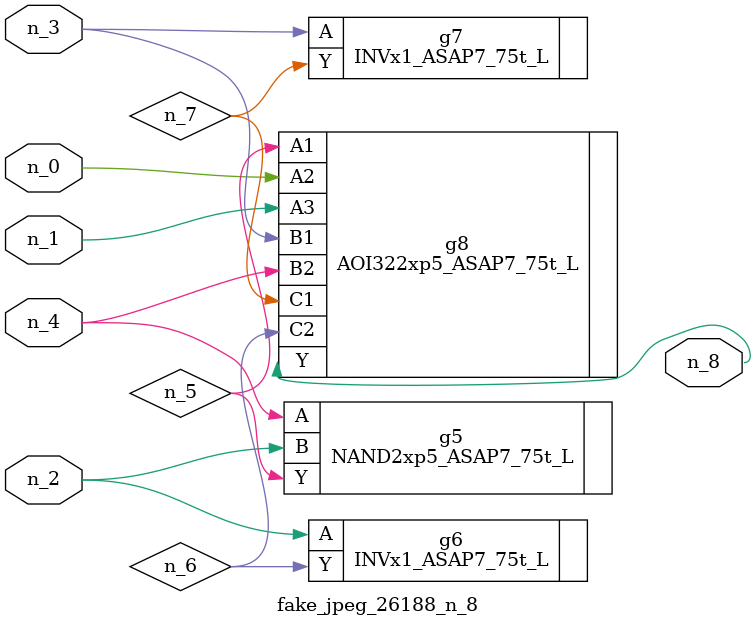
<source format=v>
module fake_jpeg_26188_n_8 (n_3, n_2, n_1, n_0, n_4, n_8);

input n_3;
input n_2;
input n_1;
input n_0;
input n_4;

output n_8;

wire n_6;
wire n_5;
wire n_7;

NAND2xp5_ASAP7_75t_L g5 ( 
.A(n_4),
.B(n_2),
.Y(n_5)
);

INVx1_ASAP7_75t_L g6 ( 
.A(n_2),
.Y(n_6)
);

INVx1_ASAP7_75t_L g7 ( 
.A(n_3),
.Y(n_7)
);

AOI322xp5_ASAP7_75t_L g8 ( 
.A1(n_5),
.A2(n_0),
.A3(n_1),
.B1(n_3),
.B2(n_4),
.C1(n_7),
.C2(n_6),
.Y(n_8)
);


endmodule
</source>
